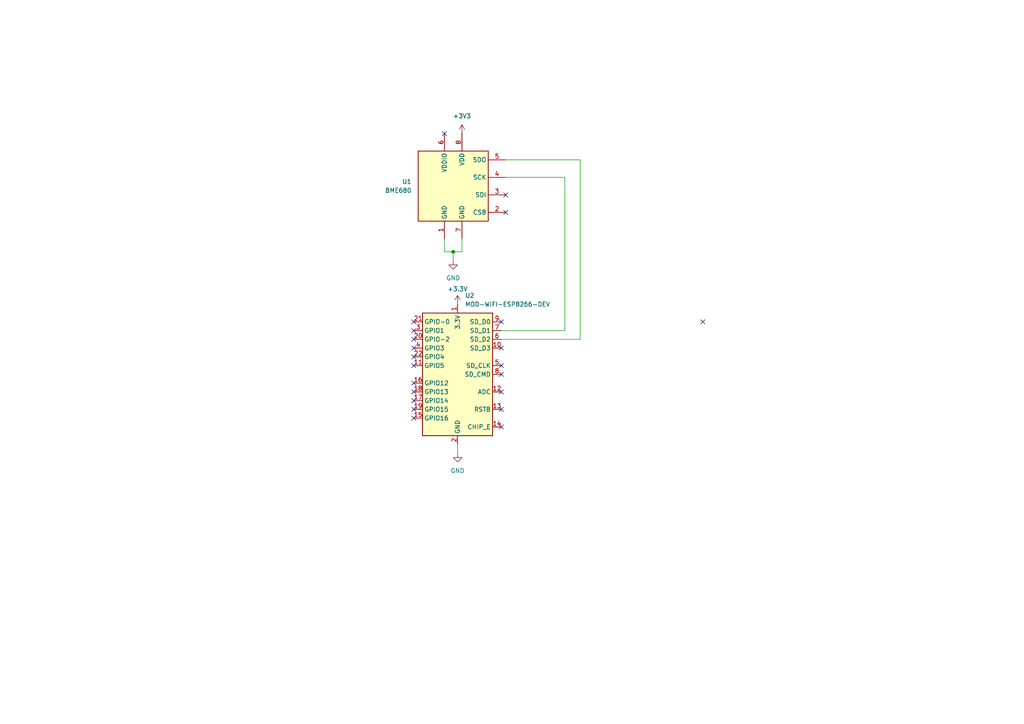
<source format=kicad_sch>
(kicad_sch (version 20250114) (generator "eeschema") (generator_version "9.0")
  (paper "A4")
  (title_block (title "ESP8266 with BME680 Sensor") (date "2025-07-17") (rev "0.0.1"))
  (lib_symbols
    (symbol "MCU_Module:Olimex_MOD-WIFI-ESP8266-DEV"
      (property "Reference" "U2" (at 2.1433 22.86 0))
      (property "Value" "MOD-WIFI-ESP8266-DEV" (at 2.1433 20.32 0))
      (symbol "Olimex_MOD-WIFI-ESP8266-DEV_0_1"
        (rectangle (start -10.16 17.78) (end 10.16 -17.78) (stroke (width 0.254)) (fill (type background)))
      )
      (symbol "Olimex_MOD-WIFI-ESP8266-DEV_1_1"
        (pin bidirectional line (at -12.7 15.24 0) (length 2.54) (name "GPIO-0") (number "21"))
        (pin bidirectional line (at -12.7 12.7 0) (length 2.54) (name "GPIO1") (number "3"))
        (pin bidirectional line (at -12.7 10.16 0) (length 2.54) (name "GPIO-2") (number "20"))
        (pin bidirectional line (at -12.7 7.62 0) (length 2.54) (name "GPIO3") (number "4"))
        (pin bidirectional line (at -12.7 5.08 0) (length 2.54) (name "GPIO4") (number "22"))
        (pin bidirectional line (at -12.7 2.54 0) (length 2.54) (name "GPIO5") (number "11"))
        (pin bidirectional line (at -12.7 -2.54 0) (length 2.54) (name "GPIO12") (number "16"))
        (pin bidirectional line (at -12.7 -5.08 0) (length 2.54) (name "GPIO13") (number "18"))
        (pin bidirectional line (at -12.7 -7.62 0) (length 2.54) (name "GPIO14") (number "17"))
        (pin bidirectional line (at -12.7 -10.16 0) (length 2.54) (name "GPIO15") (number "19"))
        (pin bidirectional line (at -12.7 -12.7 0) (length 2.54) (name "GPIO16") (number "15"))
        (pin power_in line (at 0 20.32 270) (length 2.54) (name "3.3V") (number "1"))
        (pin power_in line (at 0 -20.32 90) (length 2.54) (name "GND") (number "2"))
        (pin unspecified line (at 12.7 15.24 180) (length 2.54) (name "SD_D0") (number "9"))
        (pin output line (at 12.7 12.7 180) (length 2.54) (name "SD_D1") (number "7"))
        (pin output line (at 12.7 10.16 180) (length 2.54) (name "SD_D2") (number "6"))
        (pin unspecified line (at 12.7 7.62 180) (length 2.54) (name "SD_D3") (number "10"))
        (pin unspecified line (at 12.7 2.54 180) (length 2.54) (name "SD_CLK") (number "5"))
        (pin unspecified line (at 12.7 0 180) (length 2.54) (name "SD_CMD") (number "8"))
        (pin unspecified line (at 12.7 -5.08 180) (length 2.54) (name "ADC") (number "12"))
        (pin input line (at 12.7 -10.16 180) (length 2.54) (name "RSTB") (number "13"))
        (pin unspecified line (at 12.7 -15.24 180) (length 2.54) (name "CHIP_E") (number "14"))
      )
    )
    (symbol "Sensor:BME680"
      (property "Reference" "U" (at -8.89 11.43 0))
      (property "Value" "BME680" (at 7.62 11.43 0))
      (symbol "BME680_0_1"
        (rectangle (start -10.16 10.16) (end 10.16 -10.16) (stroke (width 0.254)) (fill (type background)))
      )
      (symbol "BME680_1_1"
        (pin power_in line (at -2.54 15.24 270) (length 5.08) (name "VDDIO") (number "6"))
        (pin power_in line (at -2.54 -15.24 90) (length 5.08) (name "GND") (number "1"))
        (pin power_in line (at 2.54 15.24 270) (length 5.08) (name "VDD") (number "8"))
        (pin power_in line (at 2.54 -15.24 90) (length 5.08) (name "GND") (number "7"))
        (pin bidirectional line (at 15.24 7.62 180) (length 5.08) (name "SDO") (number "5"))
        (pin input line (at 15.24 2.54 180) (length 5.08) (name "SCK") (number "4"))
        (pin bidirectional line (at 15.24 -2.54 180) (length 5.08) (name "SDI") (number "3"))
        (pin input line (at 15.24 -7.62 180) (length 5.08) (name "CSB") (number "2"))
      )
    )
    (symbol "power:+3.3V" (power) (pin_numbers (hide yes)) (pin_names (offset 0) (hide yes))
      (property "Value" "+3.3V" (at 0 3.556 0))
      (symbol "+3.3V_0_1"
        (polyline (pts (xy -0.762 1.27) (xy 0 2.54)))
        (polyline (pts (xy 0 2.54) (xy 0.762 1.27)))
        (polyline (pts (xy 0 0) (xy 0 2.54)))
      )
      (symbol "+3.3V_1_1"
        (pin power_in line (at 0 0 90) (length 0) (name "~") (number "1"))
      )
    )
    (symbol "power:+3V3" (power) (pin_numbers (hide yes)) (pin_names (offset 0) (hide yes))
      (property "Value" "+3V3" (at 0 3.556 0))
      (symbol "+3V3_0_1"
        (polyline (pts (xy -0.762 1.27) (xy 0 2.54)))
        (polyline (pts (xy 0 2.54) (xy 0.762 1.27)))
        (polyline (pts (xy 0 0) (xy 0 2.54)))
      )
      (symbol "+3V3_1_1"
        (pin power_in line (at 0 0 90) (length 0) (name "~") (number "1"))
      )
    )
    (symbol "power:GND" (power) (pin_numbers (hide yes)) (pin_names (offset 0) (hide yes))
      (property "Value" "GND" (at 0 -3.81 0))
      (symbol "GND_0_1"
        (polyline (pts (xy 0 0) (xy 0 -1.27) (xy 1.27 -1.27) (xy 0 -2.54) (xy -1.27 -1.27) (xy 0 -1.27)))
      )
      (symbol "GND_1_1"
        (pin power_in line (at 0 0 270) (length 0) (name "~") (number "1"))
      )
    )
  )
  (junction (at 131.445 73.025))
  (no_connect (at 145.415 113.665))
  (no_connect (at 120.015 113.665))
  (no_connect (at 146.685 61.595))
  (no_connect (at 120.015 116.205))
  (no_connect (at 120.015 111.125))
  (no_connect (at 120.015 98.425))
  (no_connect (at 120.015 93.345))
  (no_connect (at 120.015 118.745))
  (no_connect (at 145.415 106.045))
  (no_connect (at 120.015 100.965))
  (no_connect (at 145.415 93.345))
  (no_connect (at 146.685 56.515))
  (no_connect (at 120.015 103.505))
  (no_connect (at 145.415 100.965))
  (no_connect (at 120.015 106.045))
  (no_connect (at 128.905 38.735))
  (no_connect (at 120.015 95.885))
  (no_connect (at 203.835 93.345))
  (no_connect (at 145.415 118.745))
  (no_connect (at 145.415 108.585))
  (no_connect (at 120.015 121.285))
  (no_connect (at 145.415 123.825))
  (wire (pts (xy 145.415 95.885) (xy 163.83 95.885)))
  (wire (pts (xy 146.685 51.435) (xy 163.83 51.435)))
  (wire (pts (xy 128.905 69.215) (xy 128.905 73.025)))
  (wire (pts (xy 131.445 73.025) (xy 131.445 75.565)))
  (wire (pts (xy 133.985 73.025) (xy 131.445 73.025)))
  (wire (pts (xy 168.275 46.355) (xy 168.275 98.425)))
  (wire (pts (xy 168.275 98.425) (xy 145.415 98.425)))
  (wire (pts (xy 146.685 46.355) (xy 168.275 46.355)))
  (wire (pts (xy 132.715 128.905) (xy 132.715 131.445)))
  (wire (pts (xy 163.83 95.885) (xy 163.83 51.435)))
  (wire (pts (xy 133.985 73.025) (xy 133.985 69.215)))
  (wire (pts (xy 128.905 73.025) (xy 131.445 73.025)))
  (symbol (lib_id "power:+3.3V") (at 132.715 88.265 0) (unit 1)
    (property "Reference" "#PWR04" (effects (hide yes)))
    (property "Value" "+3.3V" (at 132.715 83.82 0))
    (property "Description" "Power symbol creates a global label with name \"+3.3V\"" (effects (hide yes)))
  )
  (symbol (lib_id "power:+3V3") (at 133.985 38.735 0) (unit 1)
    (property "Reference" "#PWR03" (effects (hide yes)))
    (property "Value" "+3V3" (at 133.985 33.655 0))
    (property "Description" "Power symbol creates a global label with name \"+3V3\"" (effects (hide yes)))
  )
  (symbol (lib_id "power:GND") (at 132.715 131.445 0) (unit 1)
    (property "Reference" "#PWR02" (effects (hide yes)))
    (property "Value" "GND" (at 132.715 136.525 0))
    (property "Description" "Power symbol creates a global label with name \"GND\" , ground" (effects (hide yes)))
  )
  (symbol (lib_id "MCU_Module:Olimex_MOD-WIFI-ESP8266-DEV") (at 132.715 108.585 0) (unit 1)
    (property "Reference" "U2" (at 134.8583 85.725 0) (effects (justify left)))
    (property "Value" "MOD-WIFI-ESP8266-DEV" (at 134.8583 88.265 0) (effects (justify left)))
    (property "Footprint" "Module:Olimex_MOD-WIFI-ESP8266-DEV" (effects (hide yes)))
    (property "Datasheet" "https://raw.githubusercontent.com/OLIMEX/ESP8266/master/HARDWARE/MOD-WIFI-ESP8266-DEV/MOD-WiFi-ESP8266-DEV%20revision%20B2/MOD-WiFi-ESP8266-DEV_Rev_B2.pdf" (effects (hide yes)))
    (property "Description" "ESP8266 development board" (effects (hide yes)))
  )
  (symbol (lib_id "Sensor:BME680") (at 131.445 53.975 0) (unit 1)
    (property "Reference" "U1" (at 119.38 52.7049 0) (effects (justify right)))
    (property "Value" "BME680" (at 119.38 55.2449 0) (effects (justify right)))
    (property "Footprint" "Package_LGA:Bosch_LGA-8_3x3mm_P0.8mm_ClockwisePinNumbering" (effects (hide yes)))
    (property "Datasheet" "https://ae-bst.resource.bosch.com/media/_tech/media/datasheets/BST-BME680-DS001.pdf" (effects (hide yes)))
    (property "Description" "4-in-1 sensor, gas, humidity, pressure, temperature, I2C and SPI interface, 1.71-3.6V, LGA-8" (effects (hide yes)))
  )
  (symbol (lib_id "power:GND") (at 131.445 75.565 0) (unit 1)
    (property "Reference" "#PWR01" (effects (hide yes)))
    (property "Value" "GND" (at 131.445 80.645 0))
    (property "Description" "Power symbol creates a global label with name \"GND\" , ground" (effects (hide yes)))
  )
)
</source>
